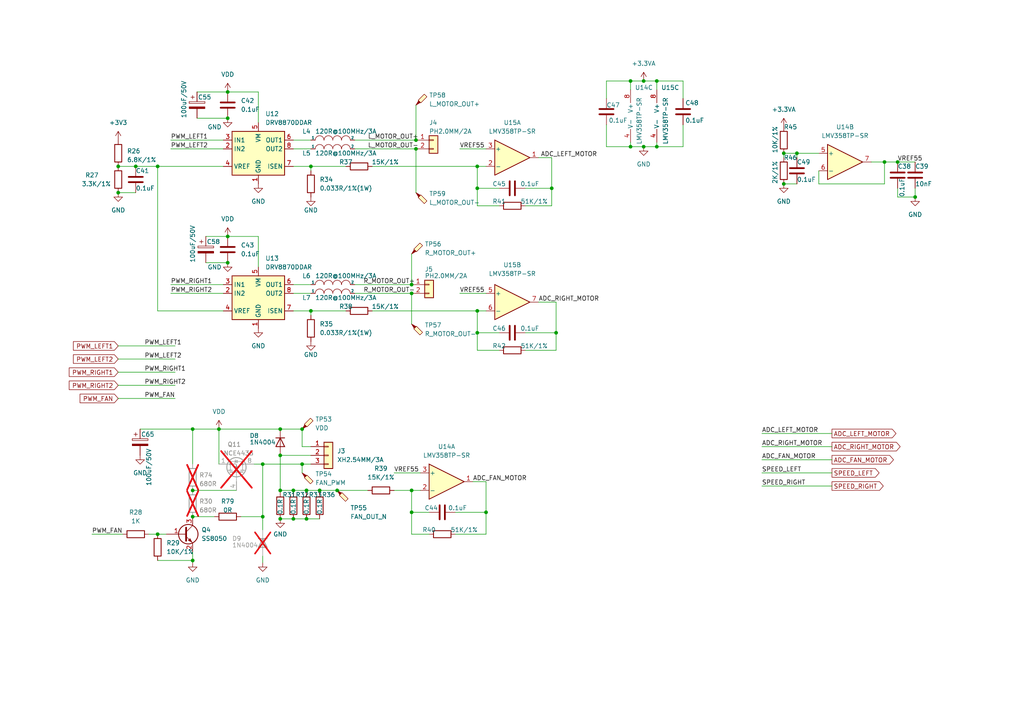
<source format=kicad_sch>
(kicad_sch (version 20231120) (generator "eeschema") (generator_version "8.0")
  (paper "A4")
  (lib_symbols
    (symbol "Amplifier_Operational:MCP6002-xSN" (pin_names (offset 0.127))
      (property "Reference" "U" (at 0 5.08 0))
      (property "Value" "MCP6002-xSN" (at 0 -5.08 0))
      (symbol "MCP6002-xSN_1_1"
        (polyline (pts (xy -5.08 5.08) (xy 5.08 0) (xy -5.08 -5.08) (xy -5.08 5.08)) (stroke (width 0.254)) (fill (type background)))
        (pin output line (at 7.62 0 180) (length 2.54) (name "~") (number "1"))
        (pin input line (at -7.62 -2.54 0) (length 2.54) (name "-") (number "2"))
        (pin input line (at -7.62 2.54 0) (length 2.54) (name "+") (number "3"))
      )
      (symbol "MCP6002-xSN_2_1"
        (polyline (pts (xy -5.08 5.08) (xy 5.08 0) (xy -5.08 -5.08) (xy -5.08 5.08)) (stroke (width 0.254)) (fill (type background)))
        (pin input line (at -7.62 2.54 0) (length 2.54) (name "+") (number "5"))
        (pin input line (at -7.62 -2.54 0) (length 2.54) (name "-") (number "6"))
        (pin output line (at 7.62 0 180) (length 2.54) (name "~") (number "7"))
      )
      (symbol "MCP6002-xSN_3_1"
        (pin power_in line (at -2.54 -7.62 90) (length 3.81) (name "V-") (number "4"))
        (pin power_in line (at -2.54 7.62 270) (length 3.81) (name "V+") (number "8"))
      )
    )
    (symbol "Connector:TestPoint_Probe" (pin_numbers hide) (pin_names (offset 0.762) hide)
      (property "Reference" "TP" (at 1.651 5.842 0))
      (property "Value" "TestPoint_Probe" (at 1.651 4.064 0))
      (symbol "TestPoint_Probe_0_1"
        (polyline (pts (xy 1.27 0.762) (xy 0 0) (xy 0.762 1.27) (xy 1.27 0.762)) (fill (type outline)))
        (polyline (pts (xy 1.397 0.635) (xy 0.635 1.397) (xy 2.413 3.175) (xy 3.175 2.413) (xy 1.397 0.635)) (fill (type background)))
      )
      (symbol "TestPoint_Probe_1_1"
        (pin passive line (at 0 0 90) (length 0) (name "1") (number "1"))
      )
    )
    (symbol "Connector_Generic:Conn_01x02" (pin_names (offset 1.016) hide)
      (property "Reference" "J" (at 0 2.54 0))
      (property "Value" "Conn_01x02" (at 0 -5.08 0))
      (symbol "Conn_01x02_1_1"
        (rectangle (start -1.27 -2.413) (end 0 -2.667) (stroke (width 0.1524)))
        (rectangle (start -1.27 0.127) (end 0 -0.127) (stroke (width 0.1524)))
        (rectangle (start -1.27 1.27) (end 1.27 -3.81) (stroke (width 0.254)) (fill (type background)))
        (pin passive line (at -5.08 0 0) (length 3.81) (name "Pin_1") (number "1"))
        (pin passive line (at -5.08 -2.54 0) (length 3.81) (name "Pin_2") (number "2"))
      )
    )
    (symbol "Connector_Generic:Conn_01x03" (pin_names (offset 1.016) hide)
      (property "Reference" "J" (at 0 5.08 0))
      (property "Value" "Conn_01x03" (at 0 -5.08 0))
      (symbol "Conn_01x03_1_1"
        (rectangle (start -1.27 -2.413) (end 0 -2.667) (stroke (width 0.1524)))
        (rectangle (start -1.27 0.127) (end 0 -0.127) (stroke (width 0.1524)))
        (rectangle (start -1.27 2.667) (end 0 2.413) (stroke (width 0.1524)))
        (rectangle (start -1.27 3.81) (end 1.27 -3.81) (stroke (width 0.254)) (fill (type background)))
        (pin passive line (at -5.08 2.54 0) (length 3.81) (name "Pin_1") (number "1"))
        (pin passive line (at -5.08 0 0) (length 3.81) (name "Pin_2") (number "2"))
        (pin passive line (at -5.08 -2.54 0) (length 3.81) (name "Pin_3") (number "3"))
      )
    )
    (symbol "Device:C" (pin_numbers hide) (pin_names (offset 0.254))
      (property "Reference" "C" (at 0.635 2.54 0))
      (property "Value" "C" (at 0.635 -2.54 0))
      (symbol "C_0_1"
        (polyline (pts (xy -2.032 -0.762) (xy 2.032 -0.762)) (stroke (width 0.508)))
        (polyline (pts (xy -2.032 0.762) (xy 2.032 0.762)) (stroke (width 0.508)))
      )
      (symbol "C_1_1"
        (pin passive line (at 0 3.81 270) (length 2.794) (name "~") (number "1"))
        (pin passive line (at 0 -3.81 90) (length 2.794) (name "~") (number "2"))
      )
    )
    (symbol "Device:C_Polarized" (pin_numbers hide) (pin_names (offset 0.254))
      (property "Reference" "C" (at 0.635 2.54 0))
      (property "Value" "C_Polarized" (at 0.635 -2.54 0))
      (symbol "C_Polarized_0_1"
        (rectangle (start -2.286 0.508) (end 2.286 1.016))
        (polyline (pts (xy -1.778 2.286) (xy -0.762 2.286)))
        (polyline (pts (xy -1.27 2.794) (xy -1.27 1.778)))
        (rectangle (start 2.286 -0.508) (end -2.286 -1.016) (fill (type outline)))
      )
      (symbol "C_Polarized_1_1"
        (pin passive line (at 0 3.81 270) (length 2.794) (name "~") (number "1"))
        (pin passive line (at 0 -3.81 90) (length 2.794) (name "~") (number "2"))
      )
    )
    (symbol "Device:D" (pin_numbers hide) (pin_names (offset 1.016) hide)
      (property "Reference" "D" (at 0 2.54 0))
      (property "Value" "D" (at 0 -2.54 0))
      (symbol "D_0_1"
        (polyline (pts (xy -1.27 1.27) (xy -1.27 -1.27)) (stroke (width 0.254)))
        (polyline (pts (xy 1.27 0) (xy -1.27 0)))
        (polyline (pts (xy 1.27 1.27) (xy 1.27 -1.27) (xy -1.27 0) (xy 1.27 1.27)) (stroke (width 0.254)))
      )
      (symbol "D_1_1"
        (pin passive line (at -3.81 0 0) (length 2.54) (name "K") (number "1"))
        (pin passive line (at 3.81 0 180) (length 2.54) (name "A") (number "2"))
      )
    )
    (symbol "Device:Q_NPN_BEC" (pin_names (offset 0) hide)
      (property "Reference" "Q" (at 5.08 1.27 0))
      (property "Value" "Q_NPN_BEC" (at 5.08 -1.27 0))
      (symbol "Q_NPN_BEC_0_1"
        (polyline (pts (xy 0.635 0.635) (xy 2.54 2.54)))
        (polyline (pts (xy 0.635 -0.635) (xy 2.54 -2.54) (xy 2.54 -2.54)))
        (polyline (pts (xy 0.635 1.905) (xy 0.635 -1.905) (xy 0.635 -1.905)) (stroke (width 0.508)))
        (polyline (pts (xy 1.27 -1.778) (xy 1.778 -1.27) (xy 2.286 -2.286) (xy 1.27 -1.778) (xy 1.27 -1.778)) (fill (type outline)))
        (circle (center 1.27 0) (radius 2.8194) (stroke (width 0.254)))
      )
      (symbol "Q_NPN_BEC_1_1"
        (pin input line (at -5.08 0 0) (length 5.715) (name "B") (number "1"))
        (pin passive line (at 2.54 -5.08 90) (length 2.54) (name "E") (number "2"))
        (pin passive line (at 2.54 5.08 270) (length 2.54) (name "C") (number "3"))
      )
    )
    (symbol "Device:R" (pin_numbers hide) (pin_names (offset 0))
      (property "Reference" "R" (at 2.032 0 90))
      (property "Value" "R" (at 0 0 90))
      (symbol "R_0_1"
        (rectangle (start -1.016 -2.54) (end 1.016 2.54) (stroke (width 0.254)))
      )
      (symbol "R_1_1"
        (pin passive line (at 0 3.81 270) (length 1.27) (name "~") (number "1"))
        (pin passive line (at 0 -3.81 90) (length 1.27) (name "~") (number "2"))
      )
    )
    (symbol "Driver_Motor:DRV8870DDA"
      (property "Reference" "U" (at -6.35 6.35 0))
      (property "Value" "DRV8870DDA" (at 8.89 6.35 0))
      (symbol "DRV8870DDA_0_1"
        (rectangle (start -7.62 5.08) (end 7.62 -7.62) (stroke (width 0.254)) (fill (type background)))
      )
      (symbol "DRV8870DDA_1_1"
        (pin power_in line (at 0 -10.16 90) (length 2.54) (name "GND") (number "1"))
        (pin input line (at -10.16 0 0) (length 2.54) (name "IN2") (number "2"))
        (pin input line (at -10.16 2.54 0) (length 2.54) (name "IN1") (number "3"))
        (pin input line (at -10.16 -5.08 0) (length 2.54) (name "VREF") (number "4"))
        (pin power_in line (at 0 7.62 270) (length 2.54) (name "VM") (number "5"))
        (pin output line (at 10.16 2.54 180) (length 2.54) (name "OUT1") (number "6"))
        (pin passive line (at 10.16 -5.08 180) (length 2.54) (name "ISEN") (number "7"))
        (pin output line (at 10.16 0 180) (length 2.54) (name "OUT2") (number "8"))
        (pin passive line (at 0 -10.16 90) (length 2.54) hide (name "GND") (number "9"))
      )
    )
    (symbol "GND_1" (power) (pin_names (offset 0))
      (property "Value" "GND_1" (at 0 -3.81 0))
      (symbol "GND_1_0_1"
        (polyline (pts (xy 0 0) (xy 0 -1.27) (xy 1.27 -1.27) (xy 0 -2.54) (xy -1.27 -1.27) (xy 0 -1.27)))
      )
      (symbol "GND_1_1_1"
        (pin power_in line (at 0 0 270) (length 0) hide (name "GND") (number "1"))
      )
    )
    (symbol "Transistor_FET:FDS9435A" (pin_names hide)
      (property "Reference" "Q" (at 5.08 1.905 0))
      (property "Value" "FDS9435A" (at 5.08 0 0))
      (symbol "FDS9435A_0_1"
        (polyline (pts (xy 0.254 0) (xy -2.54 0)))
        (polyline (pts (xy 0.254 1.905) (xy 0.254 -1.905)) (stroke (width 0.254)))
        (polyline (pts (xy 0.762 -1.27) (xy 0.762 -2.286)) (stroke (width 0.254)))
        (polyline (pts (xy 0.762 0.508) (xy 0.762 -0.508)) (stroke (width 0.254)))
        (polyline (pts (xy 0.762 2.286) (xy 0.762 1.27)) (stroke (width 0.254)))
        (polyline (pts (xy 2.54 2.54) (xy 2.54 1.778)))
        (polyline (pts (xy 2.54 -2.54) (xy 2.54 0) (xy 0.762 0)))
        (polyline (pts (xy 0.762 1.778) (xy 3.302 1.778) (xy 3.302 -1.778) (xy 0.762 -1.778)))
        (polyline (pts (xy 2.286 0) (xy 1.27 0.381) (xy 1.27 -0.381) (xy 2.286 0)) (fill (type outline)))
        (polyline (pts (xy 2.794 -0.508) (xy 2.921 -0.381) (xy 3.683 -0.381) (xy 3.81 -0.254)))
        (polyline (pts (xy 3.302 -0.381) (xy 2.921 0.254) (xy 3.683 0.254) (xy 3.302 -0.381)))
        (circle (center 1.651 0) (radius 2.794) (stroke (width 0.254)))
        (circle (center 2.54 -1.778) (radius 0.254) (fill (type outline)))
        (circle (center 2.54 1.778) (radius 0.254) (fill (type outline)))
      )
      (symbol "FDS9435A_1_1"
        (pin passive line (at 2.54 -5.08 90) (length 2.54) (name "S") (number "1"))
        (pin passive line (at 2.54 -5.08 90) (length 2.54) hide (name "S") (number "2"))
        (pin passive line (at 2.54 -5.08 90) (length 2.54) hide (name "S") (number "3"))
        (pin passive line (at -5.08 0 0) (length 2.54) (name "G") (number "4"))
        (pin passive line (at 2.54 5.08 270) (length 2.54) hide (name "D") (number "5"))
        (pin passive line (at 2.54 5.08 270) (length 2.54) hide (name "D") (number "6"))
        (pin passive line (at 2.54 5.08 270) (length 2.54) hide (name "D") (number "7"))
        (pin passive line (at 2.54 5.08 270) (length 2.54) (name "D") (number "8"))
      )
    )
    (symbol "power:+3.3VA" (power) (pin_names (offset 0))
      (property "Value" "+3.3VA" (at 0 3.556 0))
      (symbol "+3.3VA_0_1"
        (polyline (pts (xy -0.762 1.27) (xy 0 2.54)))
        (polyline (pts (xy 0 0) (xy 0 2.54)))
        (polyline (pts (xy 0 2.54) (xy 0.762 1.27)))
      )
      (symbol "+3.3VA_1_1"
        (pin power_in line (at 0 0 90) (length 0) hide (name "+3.3VA") (number "1"))
      )
    )
    (symbol "power:+3V3" (power) (pin_names (offset 0))
      (property "Value" "+3V3" (at 0 3.556 0))
      (symbol "+3V3_0_1"
        (polyline (pts (xy -0.762 1.27) (xy 0 2.54)))
        (polyline (pts (xy 0 0) (xy 0 2.54)))
        (polyline (pts (xy 0 2.54) (xy 0.762 1.27)))
      )
      (symbol "+3V3_1_1"
        (pin power_in line (at 0 0 90) (length 0) hide (name "+3V3") (number "1"))
      )
    )
    (symbol "power:GND" (power) (pin_names (offset 0))
      (property "Value" "GND" (at 0 -3.81 0))
      (symbol "GND_0_1"
        (polyline (pts (xy 0 0) (xy 0 -1.27) (xy 1.27 -1.27) (xy 0 -2.54) (xy -1.27 -1.27) (xy 0 -1.27)))
      )
      (symbol "GND_1_1"
        (pin power_in line (at 0 0 270) (length 0) hide (name "GND") (number "1"))
      )
    )
    (symbol "power:VDD" (power) (pin_names (offset 0))
      (property "Value" "VDD" (at 0 3.81 0))
      (symbol "VDD_0_1"
        (polyline (pts (xy -0.762 1.27) (xy 0 2.54)))
        (polyline (pts (xy 0 0) (xy 0 2.54)))
        (polyline (pts (xy 0 2.54) (xy 0.762 1.27)))
      )
      (symbol "VDD_1_1"
        (pin power_in line (at 0 0 90) (length 0) hide (name "VDD") (number "1"))
      )
    )
    (symbol "pspice:INDUCTOR" (pin_numbers hide) (pin_names (offset 0))
      (property "Reference" "L" (at 0 2.54 0))
      (property "Value" "INDUCTOR" (at 0 -1.27 0))
      (symbol "INDUCTOR_0_1"
        (arc (start -2.54 0) (mid -3.81 1.2645) (end -5.08 0))
        (arc (start 0 0) (mid -1.27 1.2645) (end -2.54 0))
        (arc (start 2.54 0) (mid 1.27 1.2645) (end 0 0))
        (arc (start 5.08 0) (mid 3.81 1.2645) (end 2.54 0))
      )
      (symbol "INDUCTOR_1_1"
        (pin input line (at -6.35 0 0) (length 1.27) (name "1") (number "1"))
        (pin input line (at 6.35 0 180) (length 1.27) (name "2") (number "2"))
      )
    )
  )
  (junction (at 39.37 48.26))
  (junction (at 90.17 48.26))
  (junction (at 66.04 68.58))
  (junction (at 140.97 148.59))
  (junction (at 88.9 150.495))
  (junction (at 97.79 142.24))
  (junction (at 186.69 23.495))
  (junction (at 138.43 54.61))
  (junction (at 88.9 142.24))
  (junction (at 256.54 46.99))
  (junction (at 85.09 150.495))
  (junction (at 138.43 48.26))
  (junction (at 45.72 48.26))
  (junction (at 81.28 150.495))
  (junction (at 55.88 149.86))
  (junction (at 138.43 90.17))
  (junction (at 160.02 54.61))
  (junction (at 76.2 149.86))
  (junction (at 119.38 148.59))
  (junction (at 85.09 142.24))
  (junction (at 76.2 134.62))
  (junction (at 182.88 23.495))
  (junction (at 81.28 124.46))
  (junction (at 55.88 162.56))
  (junction (at 45.72 154.94))
  (junction (at 55.88 142.24))
  (junction (at 190.5 42.545))
  (junction (at 161.29 96.52))
  (junction (at 63.5 124.46))
  (junction (at 34.29 48.26))
  (junction (at 231.14 44.45))
  (junction (at 119.38 142.24))
  (junction (at 265.43 57.15))
  (junction (at 119.38 82.55))
  (junction (at 87.63 134.62))
  (junction (at 227.33 53.34))
  (junction (at 227.33 44.45))
  (junction (at 138.43 96.52))
  (junction (at 260.35 46.99))
  (junction (at 81.28 132.08))
  (junction (at 34.29 55.88))
  (junction (at 87.63 124.46))
  (junction (at 55.88 124.46))
  (junction (at 182.88 42.545))
  (junction (at 186.69 42.545))
  (junction (at 90.17 90.17))
  (junction (at 92.71 142.24))
  (junction (at 190.5 23.495))
  (junction (at 120.65 43.18))
  (junction (at 119.38 85.09))
  (junction (at 81.28 142.24))
  (junction (at 120.65 40.64))
  (junction (at 66.04 76.2))
  (junction (at 66.04 26.67))
  (junction (at 66.04 34.29))
  (wire (pts (xy 87.63 137.16) (xy 87.63 134.62)))
  (wire (pts (xy 138.43 96.52) (xy 138.43 90.17)))
  (wire (pts (xy 85.09 142.24) (xy 85.09 142.875)))
  (wire (pts (xy 220.98 133.35) (xy 241.3 133.35)))
  (wire (pts (xy 138.43 59.69) (xy 138.43 54.61)))
  (wire (pts (xy 119.38 142.24) (xy 119.38 148.59)))
  (wire (pts (xy 132.08 154.94) (xy 140.97 154.94)))
  (wire (pts (xy 69.85 149.86) (xy 76.2 149.86)))
  (wire (pts (xy 64.77 90.17) (xy 45.72 90.17)))
  (wire (pts (xy 88.9 142.24) (xy 92.71 142.24)))
  (wire (pts (xy 119.38 73.66) (xy 119.38 82.55)))
  (wire (pts (xy 119.38 148.59) (xy 124.46 148.59)))
  (wire (pts (xy 87.63 124.46) (xy 81.28 124.46)))
  (wire (pts (xy 55.88 124.46) (xy 63.5 124.46)))
  (wire (pts (xy 102.87 43.18) (xy 120.65 43.18)))
  (wire (pts (xy 160.02 45.72) (xy 156.21 45.72)))
  (wire (pts (xy 76.2 163.195) (xy 76.2 161.29)))
  (wire (pts (xy 92.71 142.24) (xy 97.79 142.24)))
  (wire (pts (xy 260.35 57.15) (xy 265.43 57.15)))
  (wire (pts (xy 175.895 36.195) (xy 175.895 42.545)))
  (wire (pts (xy 265.43 54.61) (xy 265.43 57.15)))
  (wire (pts (xy 40.64 124.46) (xy 55.88 124.46)))
  (wire (pts (xy 49.53 40.64) (xy 64.77 40.64)))
  (wire (pts (xy 114.3 137.16) (xy 121.92 137.16)))
  (wire (pts (xy 182.88 23.495) (xy 186.69 23.495)))
  (wire (pts (xy 260.35 54.61) (xy 260.35 57.15)))
  (wire (pts (xy 152.4 54.61) (xy 160.02 54.61)))
  (wire (pts (xy 120.65 30.48) (xy 120.65 40.64)))
  (wire (pts (xy 140.97 139.7) (xy 137.16 139.7)))
  (wire (pts (xy 66.04 26.67) (xy 74.93 26.67)))
  (wire (pts (xy 132.08 148.59) (xy 140.97 148.59)))
  (wire (pts (xy 74.93 68.58) (xy 74.93 77.47)))
  (wire (pts (xy 220.98 129.54) (xy 241.3 129.54)))
  (wire (pts (xy 138.43 90.17) (xy 140.97 90.17)))
  (wire (pts (xy 34.29 55.88) (xy 39.37 55.88)))
  (wire (pts (xy 76.2 134.62) (xy 76.2 149.86)))
  (wire (pts (xy 85.09 85.09) (xy 90.17 85.09)))
  (wire (pts (xy 160.02 59.69) (xy 160.02 54.61)))
  (wire (pts (xy 256.54 46.99) (xy 260.35 46.99)))
  (wire (pts (xy 45.72 48.26) (xy 45.72 90.17)))
  (wire (pts (xy 107.95 90.17) (xy 138.43 90.17)))
  (wire (pts (xy 119.38 85.09) (xy 119.38 93.98)))
  (wire (pts (xy 182.88 23.495) (xy 182.88 26.035)))
  (wire (pts (xy 87.63 129.54) (xy 87.63 124.46)))
  (wire (pts (xy 198.12 23.495) (xy 190.5 23.495)))
  (wire (pts (xy 175.895 42.545) (xy 182.88 42.545)))
  (wire (pts (xy 49.53 43.18) (xy 64.77 43.18)))
  (wire (pts (xy 85.09 142.24) (xy 88.9 142.24)))
  (wire (pts (xy 39.37 48.26) (xy 45.72 48.26)))
  (wire (pts (xy 85.09 43.18) (xy 90.17 43.18)))
  (wire (pts (xy 55.88 124.46) (xy 55.88 134.62)))
  (wire (pts (xy 144.78 59.69) (xy 138.43 59.69)))
  (wire (pts (xy 133.35 85.09) (xy 140.97 85.09)))
  (wire (pts (xy 152.4 101.6) (xy 161.29 101.6)))
  (wire (pts (xy 55.88 160.02) (xy 55.88 162.56)))
  (wire (pts (xy 237.49 53.34) (xy 256.54 53.34)))
  (wire (pts (xy 124.46 154.94) (xy 119.38 154.94)))
  (wire (pts (xy 190.5 42.545) (xy 198.12 42.545)))
  (wire (pts (xy 81.28 150.495) (xy 85.09 150.495)))
  (wire (pts (xy 186.69 23.495) (xy 190.5 23.495)))
  (wire (pts (xy 74.93 26.67) (xy 74.93 35.56)))
  (wire (pts (xy 138.43 101.6) (xy 138.43 96.52)))
  (wire (pts (xy 220.98 125.73) (xy 241.3 125.73)))
  (wire (pts (xy 175.895 23.495) (xy 182.88 23.495)))
  (wire (pts (xy 190.5 42.545) (xy 186.69 42.545)))
  (wire (pts (xy 190.5 41.275) (xy 190.5 42.545)))
  (wire (pts (xy 88.9 142.24) (xy 88.9 142.875)))
  (wire (pts (xy 133.35 43.18) (xy 140.97 43.18)))
  (wire (pts (xy 102.87 82.55) (xy 119.38 82.55)))
  (wire (pts (xy 120.65 43.18) (xy 120.65 55.88)))
  (wire (pts (xy 161.29 87.63) (xy 156.21 87.63)))
  (wire (pts (xy 85.09 40.64) (xy 90.17 40.64)))
  (wire (pts (xy 107.95 48.26) (xy 138.43 48.26)))
  (wire (pts (xy 81.28 142.24) (xy 85.09 142.24)))
  (wire (pts (xy 34.29 104.14) (xy 50.8 104.14)))
  (wire (pts (xy 55.88 149.86) (xy 62.23 149.86)))
  (wire (pts (xy 198.12 42.545) (xy 198.12 36.195)))
  (wire (pts (xy 90.17 48.26) (xy 100.33 48.26)))
  (wire (pts (xy 237.49 49.53) (xy 237.49 53.34)))
  (wire (pts (xy 90.17 49.53) (xy 90.17 48.26)))
  (wire (pts (xy 161.29 101.6) (xy 161.29 96.52)))
  (wire (pts (xy 138.43 54.61) (xy 138.43 48.26)))
  (wire (pts (xy 182.88 42.545) (xy 182.88 41.275)))
  (wire (pts (xy 190.5 26.035) (xy 190.5 23.495)))
  (wire (pts (xy 97.79 142.24) (xy 106.68 142.24)))
  (wire (pts (xy 138.43 96.52) (xy 144.78 96.52)))
  (wire (pts (xy 87.63 134.62) (xy 90.17 134.62)))
  (wire (pts (xy 57.15 26.67) (xy 66.04 26.67)))
  (wire (pts (xy 90.17 91.44) (xy 90.17 90.17)))
  (wire (pts (xy 81.28 142.24) (xy 81.28 142.875)))
  (wire (pts (xy 45.72 162.56) (xy 55.88 162.56)))
  (wire (pts (xy 85.09 48.26) (xy 90.17 48.26)))
  (wire (pts (xy 256.54 53.34) (xy 256.54 46.99)))
  (wire (pts (xy 231.14 44.45) (xy 231.14 45.72)))
  (wire (pts (xy 227.33 53.34) (xy 231.14 53.34)))
  (wire (pts (xy 140.97 154.94) (xy 140.97 148.59)))
  (wire (pts (xy 81.28 132.08) (xy 90.17 132.08)))
  (wire (pts (xy 59.69 68.58) (xy 66.04 68.58)))
  (wire (pts (xy 152.4 59.69) (xy 160.02 59.69)))
  (wire (pts (xy 34.29 100.33) (xy 50.8 100.33)))
  (wire (pts (xy 88.9 150.495) (xy 92.71 150.495)))
  (wire (pts (xy 256.54 46.99) (xy 252.73 46.99)))
  (wire (pts (xy 45.72 48.26) (xy 64.77 48.26)))
  (wire (pts (xy 160.02 54.61) (xy 160.02 45.72)))
  (wire (pts (xy 76.2 149.86) (xy 76.2 153.67)))
  (wire (pts (xy 260.35 46.99) (xy 265.43 46.99)))
  (wire (pts (xy 76.2 134.62) (xy 87.63 134.62)))
  (wire (pts (xy 227.33 45.72) (xy 227.33 44.45)))
  (wire (pts (xy 85.09 150.495) (xy 88.9 150.495)))
  (wire (pts (xy 85.09 90.17) (xy 90.17 90.17)))
  (wire (pts (xy 57.15 34.29) (xy 66.04 34.29)))
  (wire (pts (xy 49.53 82.55) (xy 64.77 82.55)))
  (wire (pts (xy 138.43 48.26) (xy 140.97 48.26)))
  (wire (pts (xy 119.38 148.59) (xy 119.38 154.94)))
  (wire (pts (xy 90.17 90.17) (xy 100.33 90.17)))
  (wire (pts (xy 45.72 154.94) (xy 48.26 154.94)))
  (wire (pts (xy 161.29 96.52) (xy 161.29 87.63)))
  (wire (pts (xy 220.98 137.16) (xy 241.3 137.16)))
  (wire (pts (xy 152.4 96.52) (xy 161.29 96.52)))
  (wire (pts (xy 34.29 111.76) (xy 50.8 111.76)))
  (wire (pts (xy 140.97 148.59) (xy 140.97 139.7)))
  (wire (pts (xy 63.5 124.46) (xy 81.28 124.46)))
  (wire (pts (xy 34.29 107.95) (xy 50.8 107.95)))
  (wire (pts (xy 102.87 40.64) (xy 120.65 40.64)))
  (wire (pts (xy 73.66 134.62) (xy 76.2 134.62)))
  (wire (pts (xy 231.14 44.45) (xy 237.49 44.45)))
  (wire (pts (xy 87.63 129.54) (xy 90.17 129.54)))
  (wire (pts (xy 34.29 115.57) (xy 50.8 115.57)))
  (wire (pts (xy 175.895 28.575) (xy 175.895 23.495)))
  (wire (pts (xy 34.29 48.26) (xy 39.37 48.26)))
  (wire (pts (xy 26.67 154.94) (xy 35.56 154.94)))
  (wire (pts (xy 55.88 163.195) (xy 55.88 162.56)))
  (wire (pts (xy 55.88 142.24) (xy 68.58 142.24)))
  (wire (pts (xy 119.38 142.24) (xy 121.92 142.24)))
  (wire (pts (xy 92.71 142.24) (xy 92.71 142.875)))
  (wire (pts (xy 220.98 140.97) (xy 241.3 140.97)))
  (wire (pts (xy 186.69 42.545) (xy 182.88 42.545)))
  (wire (pts (xy 144.78 101.6) (xy 138.43 101.6)))
  (wire (pts (xy 85.09 82.55) (xy 90.17 82.55)))
  (wire (pts (xy 144.78 54.61) (xy 138.43 54.61)))
  (wire (pts (xy 81.28 132.08) (xy 81.28 142.24)))
  (wire (pts (xy 59.69 76.2) (xy 66.04 76.2)))
  (wire (pts (xy 66.04 68.58) (xy 74.93 68.58)))
  (wire (pts (xy 114.3 142.24) (xy 119.38 142.24)))
  (wire (pts (xy 43.18 154.94) (xy 45.72 154.94)))
  (wire (pts (xy 102.87 85.09) (xy 119.38 85.09)))
  (wire (pts (xy 198.12 28.575) (xy 198.12 23.495)))
  (wire (pts (xy 63.5 124.46) (xy 63.5 134.62)))
  (wire (pts (xy 49.53 85.09) (xy 64.77 85.09)))
  (wire (pts (xy 227.33 44.45) (xy 231.14 44.45)))
  (label "VREF55" (at 114.3 137.16 0))
  (label "R_MOTOR_OUT+" (at 105.41 82.55 0))
  (label "ADC_RIGHT_MOTOR" (at 156.21 87.63 0))
  (label "VREF55" (at 133.35 43.18 0))
  (label "ADC_FAN_MOTOR" (at 137.16 139.7 0))
  (label "PWM_LEFT2" (at 41.91 104.14 0))
  (label "ADC_RIGHT_MOTOR" (at 220.98 129.54 0))
  (label "L_MOTOR_OUT+" (at 106.68 40.64 0))
  (label "SPEED_LEFT" (at 220.98 137.16 0))
  (label "VREF55" (at 260.35 46.99 0))
  (label "VREF55" (at 133.35 85.09 0))
  (label "PWM_FAN" (at 41.91 115.57 0))
  (label "SPEED_RIGHT" (at 220.98 140.97 0))
  (label "PWM_LEFT1" (at 49.53 40.64 0))
  (label "PWM_RIGHT2" (at 41.91 111.76 0))
  (label "ADC_FAN_MOTOR" (at 220.98 133.35 0))
  (label "PWM_RIGHT1" (at 49.53 82.55 0))
  (label "PWM_LEFT1" (at 41.91 100.33 0))
  (label "L_MOTOR_OUT-" (at 106.68 43.18 0))
  (label "R_MOTOR_OUT-" (at 105.41 85.09 0))
  (label "PWM_LEFT2" (at 49.53 43.18 0))
  (label "ADC_LEFT_MOTOR" (at 156.845 45.72 0))
  (label "PWM_RIGHT1" (at 41.91 107.95 0))
  (label "PWM_RIGHT2" (at 49.53 85.09 0))
  (label "PWM_FAN" (at 26.67 154.94 0))
  (label "ADC_LEFT_MOTOR" (at 220.98 125.73 0))
  (global_label "PWM_FAN" (shape input) (at 34.29 115.57 180) (property "Intersheetrefs" "${INTERSHEET_REFS}" (effects (hide yes))))
  (global_label "ADC_FAN_MOTOR" (shape output) (at 241.3 133.35 0) (property "Intersheetrefs" "${INTERSHEET_REFS}" (effects (hide yes))))
  (global_label "PWM_RIGHT2" (shape input) (at 34.29 111.76 180) (property "Intersheetrefs" "${INTERSHEET_REFS}" (effects (hide yes))))
  (global_label "ADC_LEFT_MOTOR" (shape output) (at 241.3 125.73 0) (property "Intersheetrefs" "${INTERSHEET_REFS}" (effects (hide yes))))
  (global_label "PWM_LEFT2" (shape input) (at 34.29 104.14 180) (property "Intersheetrefs" "${INTERSHEET_REFS}" (effects (hide yes))))
  (global_label "ADC_RIGHT_MOTOR" (shape output) (at 241.3 129.54 0) (property "Intersheetrefs" "${INTERSHEET_REFS}" (effects (hide yes))))
  (global_label "SPEED_LEFT" (shape output) (at 241.3 137.16 0) (property "Intersheetrefs" "${INTERSHEET_REFS}" (effects (hide yes))))
  (global_label "PWM_RIGHT1" (shape input) (at 34.29 107.95 180) (property "Intersheetrefs" "${INTERSHEET_REFS}" (effects (hide yes))))
  (global_label "SPEED_RIGHT" (shape output) (at 241.3 140.97 0) (property "Intersheetrefs" "${INTERSHEET_REFS}" (effects (hide yes))))
  (global_label "PWM_LEFT1" (shape input) (at 34.29 100.33 180) (property "Intersheetrefs" "${INTERSHEET_REFS}" (effects (hide yes))))
  (symbol (lib_id "Device:C") (at 66.04 72.39 0) (unit 1)
    (property "Reference" "C43" (at 69.85 71.1199 0) (effects (justify left)))
    (property "Value" "0.1uF" (at 69.85 73.6599 0) (effects (justify left)))
    (property "Footprint" "Capacitor_SMD:C_0603_1608Metric" (effects (hide yes)))
  )
  (symbol (lib_id "Device:C") (at 148.59 96.52 90) (unit 1)
    (property "Reference" "C46" (at 144.78 95.25 90))
    (property "Value" "0.1uF" (at 153.67 95.25 90))
    (property "Footprint" "Capacitor_SMD:C_0603_1608Metric" (effects (hide yes)))
  )
  (symbol (lib_id "Device:C") (at 231.14 49.53 0) (unit 1)
    (property "Reference" "C49" (at 231.14 46.99 0) (effects (justify left)))
    (property "Value" "0.1uF" (at 231.14 52.07 0) (effects (justify left)))
    (property "Footprint" "Capacitor_SMD:C_0603_1608Metric" (effects (hide yes)))
  )
  (symbol (lib_id "Connector:TestPoint_Probe") (at 120.65 30.48 0) (unit 1)
    (property "Reference" "TP58" (at 124.46 27.6224 0) (effects (justify left)))
    (property "Value" "L_MOTOR_OUT+" (at 124.46 30.1624 0) (effects (justify left)))
    (property "Footprint" "TestPoint:TestPoint_Pad_D1.0mm" (effects (hide yes)))
  )
  (symbol (lib_id "Amplifier_Operational:MCP6002-xSN") (at 148.59 45.72 0) (unit 1)
    (property "Reference" "U15" (at 148.59 35.56 0))
    (property "Value" "LMV358TP-SR" (at 148.59 38.1 0))
    (property "Footprint" "Package_SO:SOIC-8_3.9x4.9mm_P1.27mm" (effects (hide yes)))
    (property "Datasheet" "http://ww1.microchip.com/downloads/en/DeviceDoc/21733j.pdf" (effects (hide yes)))
  )
  (symbol (lib_id "Device:D") (at 76.2 157.48 270) (unit 1) (dnp yes)
    (property "Reference" "D9" (at 67.31 156.21 90) (effects (justify left)))
    (property "Value" "1N4004" (at 67.31 158.115 90) (effects (justify left)))
    (property "Footprint" "Diode_SMD:D_SMA" (effects (hide yes)))
  )
  (symbol (lib_id "Connector:TestPoint_Probe") (at 119.38 93.98 270) (unit 1)
    (property "Reference" "TP57" (at 123.19 94.2974 90) (effects (justify left)))
    (property "Value" "R_MOTOR_OUT-" (at 123.19 96.8374 90) (effects (justify left)))
    (property "Footprint" "TestPoint:TestPoint_Pad_D1.0mm" (effects (hide yes)))
  )
  (symbol (lib_id "Device:R") (at 45.72 158.75 180) (unit 1)
    (property "Reference" "R29" (at 48.26 157.4799 0) (effects (justify right)))
    (property "Value" "10K/1%" (at 48.26 160.0199 0) (effects (justify right)))
    (property "Footprint" "Resistor_SMD:R_0603_1608Metric" (effects (hide yes)))
  )
  (symbol (lib_id "Device:C") (at 175.895 32.385 0) (unit 1)
    (property "Reference" "C47" (at 175.895 30.48 0) (effects (justify left)))
    (property "Value" "0.1uF" (at 176.53 34.925 0) (effects (justify left)))
    (property "Footprint" "Capacitor_SMD:C_0603_1608Metric" (effects (hide yes)))
  )
  (symbol (lib_id "Device:R") (at 227.33 49.53 0) (unit 1)
    (property "Reference" "R46" (at 227.33 45.72 0) (effects (justify left)))
    (property "Value" "2K/1%" (at 224.79 53.34 90) (effects (justify left)))
    (property "Footprint" "Resistor_SMD:R_0603_1608Metric" (effects (hide yes)))
  )
  (symbol (lib_id "Device:R") (at 66.04 149.86 90) (unit 1)
    (property "Reference" "R79" (at 66.04 145.415 90))
    (property "Value" "0R" (at 66.04 147.955 90))
    (property "Footprint" "Resistor_SMD:R_0603_1608Metric" (effects (hide yes)))
  )
  (symbol (lib_id "power:GND") (at 74.93 53.34 0) (unit 1)
    (property "Reference" "#PWR0161" (effects (hide yes)))
    (property "Value" "GND" (at 74.93 58.42 0))
  )
  (symbol (lib_id "Device:R") (at 110.49 142.24 90) (unit 1)
    (property "Reference" "R39" (at 110.49 135.89 90))
    (property "Value" "15K/1%" (at 110.49 138.43 90))
    (property "Footprint" "Resistor_SMD:R_0603_1608Metric" (effects (hide yes)))
  )
  (symbol (lib_id "Device:R") (at 90.17 95.25 0) (unit 1)
    (property "Reference" "R35" (at 92.71 93.9799 0) (effects (justify left)))
    (property "Value" "0.033R/1%(1W)" (at 92.71 96.5199 0) (effects (justify left)))
    (property "Footprint" "Resistor_SMD:R_1206_3216Metric" (effects (hide yes)))
  )
  (symbol (lib_id "Amplifier_Operational:MCP6002-xSN") (at 148.59 87.63 0) (unit 2)
    (property "Reference" "U15" (at 148.59 76.835 0))
    (property "Value" "LMV358TP-SR" (at 148.59 79.375 0))
    (property "Footprint" "Package_SO:SOIC-8_3.9x4.9mm_P1.27mm" (effects (hide yes)))
    (property "Datasheet" "http://ww1.microchip.com/downloads/en/DeviceDoc/21733j.pdf" (effects (hide yes)))
  )
  (symbol (lib_id "power:GND") (at 55.88 163.195 0) (unit 1)
    (property "Reference" "#PWR0164" (effects (hide yes)))
    (property "Value" "GND" (at 55.88 168.275 0))
  )
  (symbol (lib_id "Driver_Motor:DRV8870DDA") (at 74.93 85.09 0) (unit 1)
    (property "Reference" "U13" (at 76.9494 74.93 0) (effects (justify left)))
    (property "Value" "DRV8870DDAR" (at 76.9494 77.47 0) (effects (justify left)))
    (property "Footprint" "Package_SO:Texas_HTSOP-8-1EP_3.9x4.9mm_P1.27mm_EP2.95x4.9mm_Mask2.4x3.1mm_ThermalVias" (effects (hide yes)))
    (property "Datasheet" "http://www.ti.com/lit/ds/symlink/drv8870.pdf" (effects (hide yes)))
  )
  (symbol (lib_id "power:+3V3") (at 34.29 40.64 0) (unit 1)
    (property "Reference" "#PWR0183" (effects (hide yes)))
    (property "Value" "+3V3" (at 34.29 35.56 0))
  )
  (symbol (lib_id "Amplifier_Operational:MCP6002-xSN") (at 129.54 139.7 0) (unit 1)
    (property "Reference" "U14" (at 129.54 129.54 0))
    (property "Value" "LMV358TP-SR" (at 129.54 132.08 0))
    (property "Footprint" "Package_SO:SOIC-8_3.9x4.9mm_P1.27mm" (effects (hide yes)))
    (property "Datasheet" "http://ww1.microchip.com/downloads/en/DeviceDoc/21733j.pdf" (effects (hide yes)))
  )
  (symbol (lib_id "power:GND") (at 186.69 42.545 0) (unit 1)
    (property "Reference" "#PWR0169" (effects (hide yes)))
    (property "Value" "GND" (at 186.69 47.625 0))
  )
  (symbol (lib_id "power:GND") (at 34.29 55.88 0) (unit 1)
    (property "Reference" "#PWR0184" (effects (hide yes)))
    (property "Value" "GND" (at 34.29 60.96 0))
  )
  (symbol (lib_id "Driver_Motor:DRV8870DDA") (at 74.93 43.18 0) (unit 1)
    (property "Reference" "U12" (at 76.9494 33.02 0) (effects (justify left)))
    (property "Value" "DRV8870DDAR" (at 76.9494 35.56 0) (effects (justify left)))
    (property "Footprint" "Package_SO:Texas_HTSOP-8-1EP_3.9x4.9mm_P1.27mm_EP2.95x4.9mm_Mask2.4x3.1mm_ThermalVias" (effects (hide yes)))
    (property "Datasheet" "http://www.ti.com/lit/ds/symlink/drv8870.pdf" (effects (hide yes)))
  )
  (symbol (lib_id "Device:R") (at 104.14 48.26 90) (unit 1)
    (property "Reference" "R37" (at 100.33 46.99 90))
    (property "Value" "15K/1%" (at 111.76 46.99 90))
    (property "Footprint" "Resistor_SMD:R_0603_1608Metric" (effects (hide yes)))
  )
  (symbol (lib_id "power:GND") (at 66.04 34.29 0) (unit 1)
    (property "Reference" "#PWR0173" (effects (hide yes)))
    (property "Value" "GND" (at 62.23 36.83 0))
  )
  (symbol (lib_id "Device:C_Polarized") (at 57.15 30.48 0) (unit 1)
    (property "Reference" "C55" (at 57.404 28.194 0) (effects (justify left)))
    (property "Value" "100uF/50V" (at 53.34 34.29 90) (effects (justify left)))
    (property "Footprint" "Capacitor_THT:CP_Radial_D6.3mm_P2.50mm" (effects (hide yes)))
  )
  (symbol (lib_id "Device:R") (at 227.33 40.64 0) (unit 1)
    (property "Reference" "R45" (at 227.33 36.83 0) (effects (justify left)))
    (property "Value" "10K/1%" (at 224.79 44.45 90) (effects (justify left)))
    (property "Footprint" "Resistor_SMD:R_0603_1608Metric" (effects (hide yes)))
  )
  (symbol (lib_id "power:+3.3VA") (at 227.33 36.83 0) (unit 1)
    (property "Reference" "#PWR0179" (effects (hide yes)))
    (property "Value" "+3.3VA" (at 227.33 31.75 0))
  )
  (symbol (lib_id "Device:R") (at 55.88 138.43 0) (unit 1) (dnp yes)
    (property "Reference" "R74" (at 57.785 137.795 0) (effects (justify left)))
    (property "Value" "680R" (at 57.785 140.335 0) (effects (justify left)))
    (property "Footprint" "Resistor_SMD:R_0603_1608Metric" (effects (hide yes)))
  )
  (symbol (lib_id "Connector_Generic:Conn_01x03") (at 95.25 132.08 0) (unit 1)
    (property "Reference" "J3" (at 97.79 130.8099 0) (effects (justify left)))
    (property "Value" "XH2.54MM/3A" (at 97.79 133.3499 0) (effects (justify left)))
    (property "Footprint" "Connector_JST:JST_XH_B3B-XH-A_1x03_P2.50mm_Vertical" (effects (hide yes)))
  )
  (symbol (lib_id "Connector:TestPoint_Probe") (at 120.65 55.88 270) (unit 1)
    (property "Reference" "TP59" (at 124.46 56.1974 90) (effects (justify left)))
    (property "Value" "L_MOTOR_OUT-" (at 124.46 58.7374 90) (effects (justify left)))
    (property "Footprint" "TestPoint:TestPoint_Pad_D1.0mm" (effects (hide yes)))
  )
  (symbol (lib_id "power:GND") (at 90.17 57.15 0) (unit 1)
    (property "Reference" "#PWR0172" (effects (hide yes)))
    (property "Value" "GND" (at 90.17 60.96 0))
  )
  (symbol (lib_id "Connector:TestPoint_Probe") (at 119.38 73.66 0) (unit 1)
    (property "Reference" "TP56" (at 123.19 70.8024 0) (effects (justify left)))
    (property "Value" "R_MOTOR_OUT+" (at 123.19 73.3424 0) (effects (justify left)))
    (property "Footprint" "TestPoint:TestPoint_Pad_D1.0mm" (effects (hide yes)))
  )
  (symbol (lib_id "Connector_Generic:Conn_01x02") (at 124.46 82.55 0) (unit 1)
    (property "Reference" "J5" (at 123.19 78.105 0) (effects (justify left)))
    (property "Value" "PH2.0MM/2A" (at 123.19 80.01 0) (effects (justify left)))
    (property "Footprint" "Connector_JST:JST_PH_B2B-PH-K_1x02_P2.00mm_Vertical" (effects (hide yes)))
  )
  (symbol (lib_id "Device:C") (at 148.59 54.61 90) (unit 1)
    (property "Reference" "C45" (at 144.78 53.34 90))
    (property "Value" "0.1uF" (at 153.67 53.34 90))
    (property "Footprint" "Capacitor_SMD:C_0603_1608Metric" (effects (hide yes)))
  )
  (symbol (lib_id "Connector:TestPoint_Probe") (at 87.63 124.46 0) (unit 1)
    (property "Reference" "TP53" (at 91.44 121.6024 0) (effects (justify left)))
    (property "Value" "VDD" (at 91.44 124.1424 0) (effects (justify left)))
    (property "Footprint" "TestPoint:TestPoint_Pad_D1.0mm" (effects (hide yes)))
  )
  (symbol (lib_id "Device:R") (at 128.27 154.94 90) (unit 1)
    (property "Reference" "R40" (at 124.46 153.67 90))
    (property "Value" "51K/1%" (at 134.62 153.67 90))
    (property "Footprint" "Resistor_SMD:R_0603_1608Metric" (effects (hide yes)))
  )
  (symbol (lib_id "Device:C") (at 66.04 30.48 0) (unit 1)
    (property "Reference" "C42" (at 69.85 29.2099 0) (effects (justify left)))
    (property "Value" "0.1uF" (at 69.85 31.7499 0) (effects (justify left)))
    (property "Footprint" "Capacitor_SMD:C_0603_1608Metric" (effects (hide yes)))
  )
  (symbol (lib_id "Device:R") (at 148.59 59.69 90) (unit 1)
    (property "Reference" "R41" (at 144.78 58.42 90))
    (property "Value" "51K/1%" (at 154.94 58.42 90))
    (property "Footprint" "Resistor_SMD:R_0603_1608Metric" (effects (hide yes)))
  )
  (symbol (lib_id "Amplifier_Operational:MCP6002-xSN") (at 193.04 33.655 0) (unit 3)
    (property "Reference" "U15" (at 191.77 25.4 0) (effects (justify left)))
    (property "Value" "LMV358TP-SR" (at 193.04 41.91 90) (effects (justify left)))
    (property "Footprint" "Package_SO:SOIC-8_3.9x4.9mm_P1.27mm" (effects (hide yes)))
    (property "Datasheet" "http://ww1.microchip.com/downloads/en/DeviceDoc/21733j.pdf" (effects (hide yes)))
  )
  (symbol (lib_id "pspice:INDUCTOR") (at 96.52 82.55 0) (unit 1)
    (property "Reference" "L6" (at 88.9 80.01 0))
    (property "Value" "120R@100MHz/3A" (at 100.33 80.01 0))
    (property "Footprint" "Inductor_SMD:L_1206_3216Metric" (effects (hide yes)))
  )
  (symbol (lib_id "Device:Q_NPN_BEC") (at 53.34 154.94 0) (unit 1)
    (property "Reference" "Q4" (at 58.42 153.6699 0) (effects (justify left)))
    (property "Value" "SS8050" (at 58.42 156.2099 0) (effects (justify left)))
    (property "Footprint" "Package_TO_SOT_SMD:SOT-23" (effects (hide yes)))
  )
  (symbol (lib_id "Device:R") (at 90.17 53.34 0) (unit 1)
    (property "Reference" "R34" (at 92.71 52.0699 0) (effects (justify left)))
    (property "Value" "0.033R/1%(1W)" (at 92.71 54.6099 0) (effects (justify left)))
    (property "Footprint" "Resistor_SMD:R_1206_3216Metric" (effects (hide yes)))
  )
  (symbol (lib_id "Device:R") (at 88.9 146.685 0) (unit 1)
    (property "Reference" "R33" (at 89.535 143.51 0) (effects (justify left)))
    (property "Value" "0.1R" (at 88.9 149.225 90) (effects (justify left)))
    (property "Footprint" "Resistor_SMD:R_0805_2012Metric" (effects (hide yes)))
  )
  (symbol (lib_id "power:GND") (at 74.93 95.25 0) (unit 1)
    (property "Reference" "#PWR0159" (effects (hide yes)))
    (property "Value" "GND" (at 74.93 100.33 0))
  )
  (symbol (lib_id "power:GND") (at 90.17 99.06 0) (unit 1)
    (property "Reference" "#PWR0185" (effects (hide yes)))
    (property "Value" "GND" (at 90.17 102.87 0))
  )
  (symbol (lib_id "Device:R") (at 92.71 146.685 0) (unit 1)
    (property "Reference" "R36" (at 93.345 143.51 0) (effects (justify left)))
    (property "Value" "0.1R" (at 92.71 149.225 90) (effects (justify left)))
    (property "Footprint" "Resistor_SMD:R_0805_2012Metric" (effects (hide yes)))
  )
  (symbol (lib_id "power:GND") (at 66.04 76.2 0) (unit 1)
    (property "Reference" "#PWR0170" (effects (hide yes)))
    (property "Value" "GND" (at 62.23 77.47 0))
  )
  (symbol (lib_id "Device:R") (at 34.29 44.45 0) (unit 1)
    (property "Reference" "R26" (at 36.83 43.815 0) (effects (justify left)))
    (property "Value" "6.8K/1%" (at 36.83 46.355 0) (effects (justify left)))
    (property "Footprint" "Resistor_SMD:R_0603_1608Metric" (effects (hide yes)))
  )
  (symbol (lib_id "Transistor_FET:FDS9435A") (at 68.58 137.16 270) (mirror x) (unit 1) (dnp yes)
    (property "Reference" "Q11" (at 67.945 128.905 90))
    (property "Value" "NCE4435" (at 69.215 131.445 90))
    (property "Footprint" "Package_SO:SOIC-8_3.9x4.9mm_P1.27mm" (effects (hide yes)))
    (property "Datasheet" "https://www.onsemi.com/pub/Collateral/FDS9435A-D.PDF" (effects (hide yes)))
  )
  (symbol (lib_id "Device:C") (at 39.37 52.07 0) (unit 1)
    (property "Reference" "C41" (at 39.37 49.53 0) (effects (justify left)))
    (property "Value" "0.1uF" (at 39.37 54.61 0) (effects (justify left)))
    (property "Footprint" "Capacitor_SMD:C_0603_1608Metric" (effects (hide yes)))
  )
  (symbol (lib_id "power:+3.3VA") (at 186.69 23.495 0) (unit 1)
    (property "Reference" "#PWR0168" (effects (hide yes)))
    (property "Value" "+3.3VA" (at 186.69 18.415 0))
  )
  (symbol (lib_id "Amplifier_Operational:MCP6002-xSN") (at 245.11 46.99 0) (unit 2)
    (property "Reference" "U14" (at 245.11 36.83 0))
    (property "Value" "LMV358TP-SR" (at 245.11 39.37 0))
    (property "Footprint" "Package_SO:SOIC-8_3.9x4.9mm_P1.27mm" (effects (hide yes)))
    (property "Datasheet" "http://ww1.microchip.com/downloads/en/DeviceDoc/21733j.pdf" (effects (hide yes)))
  )
  (symbol (lib_id "Device:C_Polarized") (at 40.64 128.27 0) (unit 1)
    (property "Reference" "C65" (at 40.894 125.984 0) (effects (justify left)))
    (property "Value" "100uF/50V" (at 43.18 140.97 90) (effects (justify left)))
    (property "Footprint" "Capacitor_THT:CP_Radial_D6.3mm_P2.50mm" (effects (hide yes)))
  )
  (symbol (lib_id "pspice:INDUCTOR") (at 96.52 85.09 0) (unit 1)
    (property "Reference" "L7" (at 88.9 86.36 0))
    (property "Value" "120R@100MHz/3A" (at 100.33 86.36 0))
    (property "Footprint" "Inductor_SMD:L_1206_3216Metric" (effects (hide yes)))
  )
  (symbol (lib_id "Device:R") (at 34.29 52.07 0) (unit 1)
    (property "Reference" "R27" (at 26.67 50.8 0))
    (property "Value" "3.3K/1%" (at 27.94 53.34 0))
    (property "Footprint" "Resistor_SMD:R_0603_1608Metric" (effects (hide yes)))
  )
  (symbol (lib_id "power:GND") (at 40.64 132.08 0) (unit 1)
    (property "Reference" "#PWR0165" (effects (hide yes)))
    (property "Value" "GND" (at 40.64 137.16 0))
  )
  (symbol (lib_id "Device:C") (at 198.12 32.385 0) (unit 1)
    (property "Reference" "C48" (at 198.755 29.845 0) (effects (justify left)))
    (property "Value" "0.1uF" (at 198.755 34.925 0) (effects (justify left)))
    (property "Footprint" "Capacitor_SMD:C_0603_1608Metric" (effects (hide yes)))
  )
  (symbol (lib_id "Device:C") (at 265.43 50.8 0) (unit 1)
    (property "Reference" "C39" (at 265.43 48.26 0) (effects (justify left)))
    (property "Value" "10nF" (at 265.43 53.34 0) (effects (justify left)))
    (property "Footprint" "Capacitor_SMD:C_0603_1608Metric" (effects (hide yes)))
  )
  (symbol (lib_id "Connector_Generic:Conn_01x02") (at 125.73 40.64 0) (unit 1)
    (property "Reference" "J4" (at 124.46 35.56 0) (effects (justify left)))
    (property "Value" "PH2.0MM/2A" (at 124.46 38.1 0) (effects (justify left)))
    (property "Footprint" "Connector_JST:JST_PH_B2B-PH-K_1x02_P2.00mm_Vertical" (effects (hide yes)))
  )
  (symbol (lib_id "pspice:INDUCTOR") (at 96.52 40.64 0) (unit 1)
    (property "Reference" "L4" (at 88.9 38.1 0))
    (property "Value" "120R@100MHz/3A" (at 100.33 38.1 0))
    (property "Footprint" "Inductor_SMD:L_1206_3216Metric" (effects (hide yes)))
  )
  (symbol (lib_id "Device:C") (at 260.35 50.8 0) (unit 1)
    (property "Reference" "C38" (at 260.35 48.26 0) (effects (justify left)))
    (property "Value" "0.1uF" (at 261.62 57.15 90) (effects (justify left)))
    (property "Footprint" "Capacitor_SMD:C_0603_1608Metric" (effects (hide yes)))
  )
  (symbol (lib_id "pspice:INDUCTOR") (at 96.52 43.18 0) (unit 1)
    (property "Reference" "L5" (at 88.9 44.45 0))
    (property "Value" "120R@100MHz/3A" (at 100.33 44.45 0))
    (property "Footprint" "Inductor_SMD:L_1206_3216Metric" (effects (hide yes)))
  )
  (symbol (lib_id "Device:R") (at 85.09 146.685 0) (unit 1)
    (property "Reference" "R32" (at 85.725 143.51 0) (effects (justify left)))
    (property "Value" "0.1R" (at 85.09 149.225 90) (effects (justify left)))
    (property "Footprint" "Resistor_SMD:R_0805_2012Metric" (effects (hide yes)))
  )
  (symbol (lib_id "power:VDD") (at 63.5 124.46 0) (unit 1)
    (property "Reference" "#PWR0167" (effects (hide yes)))
    (property "Value" "VDD" (at 63.5 119.38 0))
  )
  (symbol (lib_id "Connector:TestPoint_Probe") (at 87.63 137.16 270) (unit 1)
    (property "Reference" "TP54" (at 91.44 137.4774 90) (effects (justify left)))
    (property "Value" "FAN_PWM" (at 91.44 140.0174 90) (effects (justify left)))
    (property "Footprint" "TestPoint:TestPoint_Pad_D1.0mm" (effects (hide yes)))
  )
  (symbol (lib_id "Device:R") (at 39.37 154.94 90) (unit 1)
    (property "Reference" "R28" (at 39.37 148.59 90))
    (property "Value" "1K" (at 39.37 151.13 90))
    (property "Footprint" "Resistor_SMD:R_0603_1608Metric" (effects (hide yes)))
  )
  (symbol (lib_id "Amplifier_Operational:MCP6002-xSN") (at 185.42 33.655 0) (unit 3)
    (property "Reference" "U14" (at 184.15 25.4 0) (effects (justify left)))
    (property "Value" "LMV358TP-SR" (at 185.42 41.91 90) (effects (justify left)))
    (property "Footprint" "Package_SO:SOIC-8_3.9x4.9mm_P1.27mm" (effects (hide yes)))
    (property "Datasheet" "http://ww1.microchip.com/downloads/en/DeviceDoc/21733j.pdf" (effects (hide yes)))
  )
  (symbol (lib_id "Device:R") (at 104.14 90.17 90) (unit 1)
    (property "Reference" "R38" (at 100.33 88.9 90))
    (property "Value" "15K/1%" (at 111.76 88.9 90))
    (property "Footprint" "Resistor_SMD:R_0603_1608Metric" (effects (hide yes)))
  )
  (symbol (lib_id "power:VDD") (at 66.04 68.58 0) (unit 1)
    (property "Reference" "#PWR0171" (effects (hide yes)))
    (property "Value" "VDD" (at 66.04 63.5 0))
  )
  (symbol (lib_id "power:GND") (at 227.33 53.34 0) (unit 1)
    (property "Reference" "#PWR0175" (effects (hide yes)))
    (property "Value" "GND" (at 227.33 58.42 0))
  )
  (symbol (lib_id "Device:C") (at 128.27 148.59 90) (unit 1)
    (property "Reference" "C44" (at 125.095 147.32 90))
    (property "Value" "0.1uF" (at 132.715 147.32 90))
    (property "Footprint" "Capacitor_SMD:C_0603_1608Metric" (effects (hide yes)))
  )
  (symbol (lib_id "Device:R") (at 55.88 146.05 0) (unit 1) (dnp yes)
    (property "Reference" "R30" (at 57.785 145.415 0) (effects (justify left)))
    (property "Value" "680R" (at 57.785 147.955 0) (effects (justify left)))
    (property "Footprint" "Resistor_SMD:R_0603_1608Metric" (effects (hide yes)))
  )
  (symbol (lib_id "power:GND") (at 265.43 57.15 0) (unit 1)
    (property "Reference" "#PWR01" (effects (hide yes)))
    (property "Value" "GND" (at 265.43 62.23 0))
  )
  (symbol (lib_id "Connector:TestPoint_Probe") (at 97.79 142.24 270) (unit 1)
    (property "Reference" "TP55" (at 101.6 147.32 90) (effects (justify left)))
    (property "Value" "FAN_OUT_N" (at 101.6 149.86 90) (effects (justify left)))
    (property "Footprint" "TestPoint:TestPoint_Pad_D1.0mm" (effects (hide yes)))
  )
  (symbol (lib_id "Device:R") (at 148.59 101.6 90) (unit 1)
    (property "Reference" "R42" (at 144.78 100.33 90))
    (property "Value" "51K/1%" (at 154.94 100.33 90))
    (property "Footprint" "Resistor_SMD:R_0603_1608Metric" (effects (hide yes)))
  )
  (symbol (lib_id "Device:R") (at 81.28 146.685 0) (unit 1)
    (property "Reference" "R31" (at 81.915 143.51 0) (effects (justify left)))
    (property "Value" "0.1R" (at 81.28 149.225 90) (effects (justify left)))
    (property "Footprint" "Resistor_SMD:R_0805_2012Metric" (effects (hide yes)))
  )
  (symbol (lib_id "power:GND") (at 81.28 150.495 0) (unit 1)
    (property "Reference" "#PWR0166" (effects (hide yes)))
    (property "Value" "GND" (at 81.28 154.94 0))
  )
  (symbol (lib_id "Device:C_Polarized") (at 59.69 72.39 0) (unit 1)
    (property "Reference" "C58" (at 59.944 70.104 0) (effects (justify left)))
    (property "Value" "100uF/50V" (at 55.88 76.2 90) (effects (justify left)))
    (property "Footprint" "Capacitor_THT:CP_Radial_D6.3mm_P2.50mm" (effects (hide yes)))
  )
  (symbol (lib_id "Device:D") (at 81.28 128.27 270) (unit 1)
    (property "Reference" "D8" (at 72.39 126.365 90) (effects (justify left)))
    (property "Value" "1N4004" (at 72.39 128.27 90) (effects (justify left)))
    (property "Footprint" "Diode_SMD:D_SMA" (effects (hide yes)))
  )
  (symbol (lib_id "power:VDD") (at 66.04 26.67 0) (unit 1)
    (property "Reference" "#PWR0174" (effects (hide yes)))
    (property "Value" "VDD" (at 66.04 21.59 0))
  )
  (symbol (lib_name "GND_1") (lib_id "power:GND") (at 76.2 163.195 0) (unit 1)
    (property "Reference" "#PWR06" (effects (hide yes)))
    (property "Value" "GND" (at 76.2 168.275 0))
  )
)
</source>
